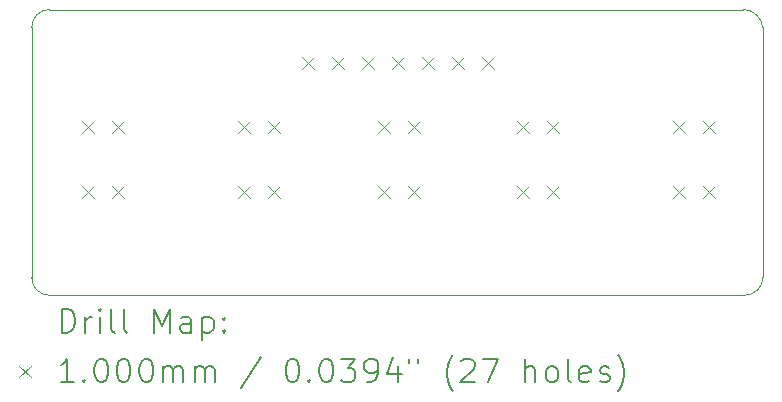
<source format=gbr>
%TF.GenerationSoftware,KiCad,Pcbnew,8.0.2*%
%TF.CreationDate,2024-11-07T23:12:17+05:30*%
%TF.ProjectId,lsa,6c73612e-6b69-4636-9164-5f7063625858,rev?*%
%TF.SameCoordinates,Original*%
%TF.FileFunction,Drillmap*%
%TF.FilePolarity,Positive*%
%FSLAX45Y45*%
G04 Gerber Fmt 4.5, Leading zero omitted, Abs format (unit mm)*
G04 Created by KiCad (PCBNEW 8.0.2) date 2024-11-07 23:12:17*
%MOMM*%
%LPD*%
G01*
G04 APERTURE LIST*
%ADD10C,0.100000*%
%ADD11C,0.200000*%
G04 APERTURE END LIST*
D10*
X14703934Y-9057934D02*
X14703934Y-7091066D01*
X14703934Y-7091066D02*
X14702500Y-6940033D01*
X8681000Y-9209000D02*
X14553934Y-9207934D01*
X8662500Y-9209000D02*
G75*
G02*
X8512500Y-9059000I0J150000D01*
G01*
X14536467Y-6790033D02*
X8663533Y-6789967D01*
X8513533Y-6939967D02*
G75*
G02*
X8663533Y-6789973I149997J-3D01*
G01*
X14703934Y-9057934D02*
G75*
G02*
X14553934Y-9207934I-150004J4D01*
G01*
X8662500Y-9209000D02*
X8681000Y-9209000D01*
X8513533Y-8907967D02*
X8512500Y-9059000D01*
X8513533Y-6939967D02*
X8513533Y-8907967D01*
X14536467Y-6790033D02*
G75*
G02*
X14702499Y-6940033I-7J-166897D01*
G01*
D11*
D10*
X8943000Y-7735000D02*
X9043000Y-7835000D01*
X9043000Y-7735000D02*
X8943000Y-7835000D01*
X8943000Y-8285000D02*
X9043000Y-8385000D01*
X9043000Y-8285000D02*
X8943000Y-8385000D01*
X9197000Y-7735000D02*
X9297000Y-7835000D01*
X9297000Y-7735000D02*
X9197000Y-7835000D01*
X9197000Y-8285000D02*
X9297000Y-8385000D01*
X9297000Y-8285000D02*
X9197000Y-8385000D01*
X10263000Y-7735000D02*
X10363000Y-7835000D01*
X10363000Y-7735000D02*
X10263000Y-7835000D01*
X10263000Y-8285000D02*
X10363000Y-8385000D01*
X10363000Y-8285000D02*
X10263000Y-8385000D01*
X10517000Y-7735000D02*
X10617000Y-7835000D01*
X10617000Y-7735000D02*
X10517000Y-7835000D01*
X10517000Y-8285000D02*
X10617000Y-8385000D01*
X10617000Y-8285000D02*
X10517000Y-8385000D01*
X10800000Y-7190000D02*
X10900000Y-7290000D01*
X10900000Y-7190000D02*
X10800000Y-7290000D01*
X11054000Y-7190000D02*
X11154000Y-7290000D01*
X11154000Y-7190000D02*
X11054000Y-7290000D01*
X11308000Y-7190000D02*
X11408000Y-7290000D01*
X11408000Y-7190000D02*
X11308000Y-7290000D01*
X11443000Y-7735000D02*
X11543000Y-7835000D01*
X11543000Y-7735000D02*
X11443000Y-7835000D01*
X11443000Y-8285000D02*
X11543000Y-8385000D01*
X11543000Y-8285000D02*
X11443000Y-8385000D01*
X11562000Y-7190000D02*
X11662000Y-7290000D01*
X11662000Y-7190000D02*
X11562000Y-7290000D01*
X11697000Y-7735000D02*
X11797000Y-7835000D01*
X11797000Y-7735000D02*
X11697000Y-7835000D01*
X11697000Y-8285000D02*
X11797000Y-8385000D01*
X11797000Y-8285000D02*
X11697000Y-8385000D01*
X11816000Y-7190000D02*
X11916000Y-7290000D01*
X11916000Y-7190000D02*
X11816000Y-7290000D01*
X12070000Y-7190000D02*
X12170000Y-7290000D01*
X12170000Y-7190000D02*
X12070000Y-7290000D01*
X12324000Y-7190000D02*
X12424000Y-7290000D01*
X12424000Y-7190000D02*
X12324000Y-7290000D01*
X12623000Y-7735000D02*
X12723000Y-7835000D01*
X12723000Y-7735000D02*
X12623000Y-7835000D01*
X12623000Y-8285000D02*
X12723000Y-8385000D01*
X12723000Y-8285000D02*
X12623000Y-8385000D01*
X12877000Y-7735000D02*
X12977000Y-7835000D01*
X12977000Y-7735000D02*
X12877000Y-7835000D01*
X12877000Y-8285000D02*
X12977000Y-8385000D01*
X12977000Y-8285000D02*
X12877000Y-8385000D01*
X13943000Y-7735000D02*
X14043000Y-7835000D01*
X14043000Y-7735000D02*
X13943000Y-7835000D01*
X13943000Y-8285000D02*
X14043000Y-8385000D01*
X14043000Y-8285000D02*
X13943000Y-8385000D01*
X14197000Y-7735000D02*
X14297000Y-7835000D01*
X14297000Y-7735000D02*
X14197000Y-7835000D01*
X14197000Y-8285000D02*
X14297000Y-8385000D01*
X14297000Y-8285000D02*
X14197000Y-8385000D01*
D11*
X8768277Y-9525484D02*
X8768277Y-9325484D01*
X8768277Y-9325484D02*
X8815896Y-9325484D01*
X8815896Y-9325484D02*
X8844467Y-9335008D01*
X8844467Y-9335008D02*
X8863515Y-9354055D01*
X8863515Y-9354055D02*
X8873039Y-9373103D01*
X8873039Y-9373103D02*
X8882563Y-9411198D01*
X8882563Y-9411198D02*
X8882563Y-9439770D01*
X8882563Y-9439770D02*
X8873039Y-9477865D01*
X8873039Y-9477865D02*
X8863515Y-9496912D01*
X8863515Y-9496912D02*
X8844467Y-9515960D01*
X8844467Y-9515960D02*
X8815896Y-9525484D01*
X8815896Y-9525484D02*
X8768277Y-9525484D01*
X8968277Y-9525484D02*
X8968277Y-9392150D01*
X8968277Y-9430246D02*
X8977801Y-9411198D01*
X8977801Y-9411198D02*
X8987324Y-9401674D01*
X8987324Y-9401674D02*
X9006372Y-9392150D01*
X9006372Y-9392150D02*
X9025420Y-9392150D01*
X9092086Y-9525484D02*
X9092086Y-9392150D01*
X9092086Y-9325484D02*
X9082563Y-9335008D01*
X9082563Y-9335008D02*
X9092086Y-9344531D01*
X9092086Y-9344531D02*
X9101610Y-9335008D01*
X9101610Y-9335008D02*
X9092086Y-9325484D01*
X9092086Y-9325484D02*
X9092086Y-9344531D01*
X9215896Y-9525484D02*
X9196848Y-9515960D01*
X9196848Y-9515960D02*
X9187324Y-9496912D01*
X9187324Y-9496912D02*
X9187324Y-9325484D01*
X9320658Y-9525484D02*
X9301610Y-9515960D01*
X9301610Y-9515960D02*
X9292086Y-9496912D01*
X9292086Y-9496912D02*
X9292086Y-9325484D01*
X9549229Y-9525484D02*
X9549229Y-9325484D01*
X9549229Y-9325484D02*
X9615896Y-9468341D01*
X9615896Y-9468341D02*
X9682563Y-9325484D01*
X9682563Y-9325484D02*
X9682563Y-9525484D01*
X9863515Y-9525484D02*
X9863515Y-9420722D01*
X9863515Y-9420722D02*
X9853991Y-9401674D01*
X9853991Y-9401674D02*
X9834944Y-9392150D01*
X9834944Y-9392150D02*
X9796848Y-9392150D01*
X9796848Y-9392150D02*
X9777801Y-9401674D01*
X9863515Y-9515960D02*
X9844467Y-9525484D01*
X9844467Y-9525484D02*
X9796848Y-9525484D01*
X9796848Y-9525484D02*
X9777801Y-9515960D01*
X9777801Y-9515960D02*
X9768277Y-9496912D01*
X9768277Y-9496912D02*
X9768277Y-9477865D01*
X9768277Y-9477865D02*
X9777801Y-9458817D01*
X9777801Y-9458817D02*
X9796848Y-9449293D01*
X9796848Y-9449293D02*
X9844467Y-9449293D01*
X9844467Y-9449293D02*
X9863515Y-9439770D01*
X9958753Y-9392150D02*
X9958753Y-9592150D01*
X9958753Y-9401674D02*
X9977801Y-9392150D01*
X9977801Y-9392150D02*
X10015896Y-9392150D01*
X10015896Y-9392150D02*
X10034944Y-9401674D01*
X10034944Y-9401674D02*
X10044467Y-9411198D01*
X10044467Y-9411198D02*
X10053991Y-9430246D01*
X10053991Y-9430246D02*
X10053991Y-9487389D01*
X10053991Y-9487389D02*
X10044467Y-9506436D01*
X10044467Y-9506436D02*
X10034944Y-9515960D01*
X10034944Y-9515960D02*
X10015896Y-9525484D01*
X10015896Y-9525484D02*
X9977801Y-9525484D01*
X9977801Y-9525484D02*
X9958753Y-9515960D01*
X10139705Y-9506436D02*
X10149229Y-9515960D01*
X10149229Y-9515960D02*
X10139705Y-9525484D01*
X10139705Y-9525484D02*
X10130182Y-9515960D01*
X10130182Y-9515960D02*
X10139705Y-9506436D01*
X10139705Y-9506436D02*
X10139705Y-9525484D01*
X10139705Y-9401674D02*
X10149229Y-9411198D01*
X10149229Y-9411198D02*
X10139705Y-9420722D01*
X10139705Y-9420722D02*
X10130182Y-9411198D01*
X10130182Y-9411198D02*
X10139705Y-9401674D01*
X10139705Y-9401674D02*
X10139705Y-9420722D01*
D10*
X8407500Y-9804000D02*
X8507500Y-9904000D01*
X8507500Y-9804000D02*
X8407500Y-9904000D01*
D11*
X8873039Y-9945484D02*
X8758753Y-9945484D01*
X8815896Y-9945484D02*
X8815896Y-9745484D01*
X8815896Y-9745484D02*
X8796848Y-9774055D01*
X8796848Y-9774055D02*
X8777801Y-9793103D01*
X8777801Y-9793103D02*
X8758753Y-9802627D01*
X8958753Y-9926436D02*
X8968277Y-9935960D01*
X8968277Y-9935960D02*
X8958753Y-9945484D01*
X8958753Y-9945484D02*
X8949229Y-9935960D01*
X8949229Y-9935960D02*
X8958753Y-9926436D01*
X8958753Y-9926436D02*
X8958753Y-9945484D01*
X9092086Y-9745484D02*
X9111134Y-9745484D01*
X9111134Y-9745484D02*
X9130182Y-9755008D01*
X9130182Y-9755008D02*
X9139705Y-9764531D01*
X9139705Y-9764531D02*
X9149229Y-9783579D01*
X9149229Y-9783579D02*
X9158753Y-9821674D01*
X9158753Y-9821674D02*
X9158753Y-9869293D01*
X9158753Y-9869293D02*
X9149229Y-9907389D01*
X9149229Y-9907389D02*
X9139705Y-9926436D01*
X9139705Y-9926436D02*
X9130182Y-9935960D01*
X9130182Y-9935960D02*
X9111134Y-9945484D01*
X9111134Y-9945484D02*
X9092086Y-9945484D01*
X9092086Y-9945484D02*
X9073039Y-9935960D01*
X9073039Y-9935960D02*
X9063515Y-9926436D01*
X9063515Y-9926436D02*
X9053991Y-9907389D01*
X9053991Y-9907389D02*
X9044467Y-9869293D01*
X9044467Y-9869293D02*
X9044467Y-9821674D01*
X9044467Y-9821674D02*
X9053991Y-9783579D01*
X9053991Y-9783579D02*
X9063515Y-9764531D01*
X9063515Y-9764531D02*
X9073039Y-9755008D01*
X9073039Y-9755008D02*
X9092086Y-9745484D01*
X9282563Y-9745484D02*
X9301610Y-9745484D01*
X9301610Y-9745484D02*
X9320658Y-9755008D01*
X9320658Y-9755008D02*
X9330182Y-9764531D01*
X9330182Y-9764531D02*
X9339705Y-9783579D01*
X9339705Y-9783579D02*
X9349229Y-9821674D01*
X9349229Y-9821674D02*
X9349229Y-9869293D01*
X9349229Y-9869293D02*
X9339705Y-9907389D01*
X9339705Y-9907389D02*
X9330182Y-9926436D01*
X9330182Y-9926436D02*
X9320658Y-9935960D01*
X9320658Y-9935960D02*
X9301610Y-9945484D01*
X9301610Y-9945484D02*
X9282563Y-9945484D01*
X9282563Y-9945484D02*
X9263515Y-9935960D01*
X9263515Y-9935960D02*
X9253991Y-9926436D01*
X9253991Y-9926436D02*
X9244467Y-9907389D01*
X9244467Y-9907389D02*
X9234944Y-9869293D01*
X9234944Y-9869293D02*
X9234944Y-9821674D01*
X9234944Y-9821674D02*
X9244467Y-9783579D01*
X9244467Y-9783579D02*
X9253991Y-9764531D01*
X9253991Y-9764531D02*
X9263515Y-9755008D01*
X9263515Y-9755008D02*
X9282563Y-9745484D01*
X9473039Y-9745484D02*
X9492086Y-9745484D01*
X9492086Y-9745484D02*
X9511134Y-9755008D01*
X9511134Y-9755008D02*
X9520658Y-9764531D01*
X9520658Y-9764531D02*
X9530182Y-9783579D01*
X9530182Y-9783579D02*
X9539705Y-9821674D01*
X9539705Y-9821674D02*
X9539705Y-9869293D01*
X9539705Y-9869293D02*
X9530182Y-9907389D01*
X9530182Y-9907389D02*
X9520658Y-9926436D01*
X9520658Y-9926436D02*
X9511134Y-9935960D01*
X9511134Y-9935960D02*
X9492086Y-9945484D01*
X9492086Y-9945484D02*
X9473039Y-9945484D01*
X9473039Y-9945484D02*
X9453991Y-9935960D01*
X9453991Y-9935960D02*
X9444467Y-9926436D01*
X9444467Y-9926436D02*
X9434944Y-9907389D01*
X9434944Y-9907389D02*
X9425420Y-9869293D01*
X9425420Y-9869293D02*
X9425420Y-9821674D01*
X9425420Y-9821674D02*
X9434944Y-9783579D01*
X9434944Y-9783579D02*
X9444467Y-9764531D01*
X9444467Y-9764531D02*
X9453991Y-9755008D01*
X9453991Y-9755008D02*
X9473039Y-9745484D01*
X9625420Y-9945484D02*
X9625420Y-9812150D01*
X9625420Y-9831198D02*
X9634944Y-9821674D01*
X9634944Y-9821674D02*
X9653991Y-9812150D01*
X9653991Y-9812150D02*
X9682563Y-9812150D01*
X9682563Y-9812150D02*
X9701610Y-9821674D01*
X9701610Y-9821674D02*
X9711134Y-9840722D01*
X9711134Y-9840722D02*
X9711134Y-9945484D01*
X9711134Y-9840722D02*
X9720658Y-9821674D01*
X9720658Y-9821674D02*
X9739705Y-9812150D01*
X9739705Y-9812150D02*
X9768277Y-9812150D01*
X9768277Y-9812150D02*
X9787325Y-9821674D01*
X9787325Y-9821674D02*
X9796848Y-9840722D01*
X9796848Y-9840722D02*
X9796848Y-9945484D01*
X9892086Y-9945484D02*
X9892086Y-9812150D01*
X9892086Y-9831198D02*
X9901610Y-9821674D01*
X9901610Y-9821674D02*
X9920658Y-9812150D01*
X9920658Y-9812150D02*
X9949229Y-9812150D01*
X9949229Y-9812150D02*
X9968277Y-9821674D01*
X9968277Y-9821674D02*
X9977801Y-9840722D01*
X9977801Y-9840722D02*
X9977801Y-9945484D01*
X9977801Y-9840722D02*
X9987325Y-9821674D01*
X9987325Y-9821674D02*
X10006372Y-9812150D01*
X10006372Y-9812150D02*
X10034944Y-9812150D01*
X10034944Y-9812150D02*
X10053991Y-9821674D01*
X10053991Y-9821674D02*
X10063515Y-9840722D01*
X10063515Y-9840722D02*
X10063515Y-9945484D01*
X10453991Y-9735960D02*
X10282563Y-9993103D01*
X10711134Y-9745484D02*
X10730182Y-9745484D01*
X10730182Y-9745484D02*
X10749229Y-9755008D01*
X10749229Y-9755008D02*
X10758753Y-9764531D01*
X10758753Y-9764531D02*
X10768277Y-9783579D01*
X10768277Y-9783579D02*
X10777801Y-9821674D01*
X10777801Y-9821674D02*
X10777801Y-9869293D01*
X10777801Y-9869293D02*
X10768277Y-9907389D01*
X10768277Y-9907389D02*
X10758753Y-9926436D01*
X10758753Y-9926436D02*
X10749229Y-9935960D01*
X10749229Y-9935960D02*
X10730182Y-9945484D01*
X10730182Y-9945484D02*
X10711134Y-9945484D01*
X10711134Y-9945484D02*
X10692087Y-9935960D01*
X10692087Y-9935960D02*
X10682563Y-9926436D01*
X10682563Y-9926436D02*
X10673039Y-9907389D01*
X10673039Y-9907389D02*
X10663515Y-9869293D01*
X10663515Y-9869293D02*
X10663515Y-9821674D01*
X10663515Y-9821674D02*
X10673039Y-9783579D01*
X10673039Y-9783579D02*
X10682563Y-9764531D01*
X10682563Y-9764531D02*
X10692087Y-9755008D01*
X10692087Y-9755008D02*
X10711134Y-9745484D01*
X10863515Y-9926436D02*
X10873039Y-9935960D01*
X10873039Y-9935960D02*
X10863515Y-9945484D01*
X10863515Y-9945484D02*
X10853991Y-9935960D01*
X10853991Y-9935960D02*
X10863515Y-9926436D01*
X10863515Y-9926436D02*
X10863515Y-9945484D01*
X10996848Y-9745484D02*
X11015896Y-9745484D01*
X11015896Y-9745484D02*
X11034944Y-9755008D01*
X11034944Y-9755008D02*
X11044468Y-9764531D01*
X11044468Y-9764531D02*
X11053991Y-9783579D01*
X11053991Y-9783579D02*
X11063515Y-9821674D01*
X11063515Y-9821674D02*
X11063515Y-9869293D01*
X11063515Y-9869293D02*
X11053991Y-9907389D01*
X11053991Y-9907389D02*
X11044468Y-9926436D01*
X11044468Y-9926436D02*
X11034944Y-9935960D01*
X11034944Y-9935960D02*
X11015896Y-9945484D01*
X11015896Y-9945484D02*
X10996848Y-9945484D01*
X10996848Y-9945484D02*
X10977801Y-9935960D01*
X10977801Y-9935960D02*
X10968277Y-9926436D01*
X10968277Y-9926436D02*
X10958753Y-9907389D01*
X10958753Y-9907389D02*
X10949229Y-9869293D01*
X10949229Y-9869293D02*
X10949229Y-9821674D01*
X10949229Y-9821674D02*
X10958753Y-9783579D01*
X10958753Y-9783579D02*
X10968277Y-9764531D01*
X10968277Y-9764531D02*
X10977801Y-9755008D01*
X10977801Y-9755008D02*
X10996848Y-9745484D01*
X11130182Y-9745484D02*
X11253991Y-9745484D01*
X11253991Y-9745484D02*
X11187325Y-9821674D01*
X11187325Y-9821674D02*
X11215896Y-9821674D01*
X11215896Y-9821674D02*
X11234944Y-9831198D01*
X11234944Y-9831198D02*
X11244467Y-9840722D01*
X11244467Y-9840722D02*
X11253991Y-9859770D01*
X11253991Y-9859770D02*
X11253991Y-9907389D01*
X11253991Y-9907389D02*
X11244467Y-9926436D01*
X11244467Y-9926436D02*
X11234944Y-9935960D01*
X11234944Y-9935960D02*
X11215896Y-9945484D01*
X11215896Y-9945484D02*
X11158753Y-9945484D01*
X11158753Y-9945484D02*
X11139706Y-9935960D01*
X11139706Y-9935960D02*
X11130182Y-9926436D01*
X11349229Y-9945484D02*
X11387325Y-9945484D01*
X11387325Y-9945484D02*
X11406372Y-9935960D01*
X11406372Y-9935960D02*
X11415896Y-9926436D01*
X11415896Y-9926436D02*
X11434944Y-9897865D01*
X11434944Y-9897865D02*
X11444467Y-9859770D01*
X11444467Y-9859770D02*
X11444467Y-9783579D01*
X11444467Y-9783579D02*
X11434944Y-9764531D01*
X11434944Y-9764531D02*
X11425420Y-9755008D01*
X11425420Y-9755008D02*
X11406372Y-9745484D01*
X11406372Y-9745484D02*
X11368277Y-9745484D01*
X11368277Y-9745484D02*
X11349229Y-9755008D01*
X11349229Y-9755008D02*
X11339706Y-9764531D01*
X11339706Y-9764531D02*
X11330182Y-9783579D01*
X11330182Y-9783579D02*
X11330182Y-9831198D01*
X11330182Y-9831198D02*
X11339706Y-9850246D01*
X11339706Y-9850246D02*
X11349229Y-9859770D01*
X11349229Y-9859770D02*
X11368277Y-9869293D01*
X11368277Y-9869293D02*
X11406372Y-9869293D01*
X11406372Y-9869293D02*
X11425420Y-9859770D01*
X11425420Y-9859770D02*
X11434944Y-9850246D01*
X11434944Y-9850246D02*
X11444467Y-9831198D01*
X11615896Y-9812150D02*
X11615896Y-9945484D01*
X11568277Y-9735960D02*
X11520658Y-9878817D01*
X11520658Y-9878817D02*
X11644467Y-9878817D01*
X11711134Y-9745484D02*
X11711134Y-9783579D01*
X11787325Y-9745484D02*
X11787325Y-9783579D01*
X12082563Y-10021674D02*
X12073039Y-10012150D01*
X12073039Y-10012150D02*
X12053991Y-9983579D01*
X12053991Y-9983579D02*
X12044468Y-9964531D01*
X12044468Y-9964531D02*
X12034944Y-9935960D01*
X12034944Y-9935960D02*
X12025420Y-9888341D01*
X12025420Y-9888341D02*
X12025420Y-9850246D01*
X12025420Y-9850246D02*
X12034944Y-9802627D01*
X12034944Y-9802627D02*
X12044468Y-9774055D01*
X12044468Y-9774055D02*
X12053991Y-9755008D01*
X12053991Y-9755008D02*
X12073039Y-9726436D01*
X12073039Y-9726436D02*
X12082563Y-9716912D01*
X12149229Y-9764531D02*
X12158753Y-9755008D01*
X12158753Y-9755008D02*
X12177801Y-9745484D01*
X12177801Y-9745484D02*
X12225420Y-9745484D01*
X12225420Y-9745484D02*
X12244468Y-9755008D01*
X12244468Y-9755008D02*
X12253991Y-9764531D01*
X12253991Y-9764531D02*
X12263515Y-9783579D01*
X12263515Y-9783579D02*
X12263515Y-9802627D01*
X12263515Y-9802627D02*
X12253991Y-9831198D01*
X12253991Y-9831198D02*
X12139706Y-9945484D01*
X12139706Y-9945484D02*
X12263515Y-9945484D01*
X12330182Y-9745484D02*
X12463515Y-9745484D01*
X12463515Y-9745484D02*
X12377801Y-9945484D01*
X12692087Y-9945484D02*
X12692087Y-9745484D01*
X12777801Y-9945484D02*
X12777801Y-9840722D01*
X12777801Y-9840722D02*
X12768277Y-9821674D01*
X12768277Y-9821674D02*
X12749230Y-9812150D01*
X12749230Y-9812150D02*
X12720658Y-9812150D01*
X12720658Y-9812150D02*
X12701610Y-9821674D01*
X12701610Y-9821674D02*
X12692087Y-9831198D01*
X12901610Y-9945484D02*
X12882563Y-9935960D01*
X12882563Y-9935960D02*
X12873039Y-9926436D01*
X12873039Y-9926436D02*
X12863515Y-9907389D01*
X12863515Y-9907389D02*
X12863515Y-9850246D01*
X12863515Y-9850246D02*
X12873039Y-9831198D01*
X12873039Y-9831198D02*
X12882563Y-9821674D01*
X12882563Y-9821674D02*
X12901610Y-9812150D01*
X12901610Y-9812150D02*
X12930182Y-9812150D01*
X12930182Y-9812150D02*
X12949230Y-9821674D01*
X12949230Y-9821674D02*
X12958753Y-9831198D01*
X12958753Y-9831198D02*
X12968277Y-9850246D01*
X12968277Y-9850246D02*
X12968277Y-9907389D01*
X12968277Y-9907389D02*
X12958753Y-9926436D01*
X12958753Y-9926436D02*
X12949230Y-9935960D01*
X12949230Y-9935960D02*
X12930182Y-9945484D01*
X12930182Y-9945484D02*
X12901610Y-9945484D01*
X13082563Y-9945484D02*
X13063515Y-9935960D01*
X13063515Y-9935960D02*
X13053991Y-9916912D01*
X13053991Y-9916912D02*
X13053991Y-9745484D01*
X13234944Y-9935960D02*
X13215896Y-9945484D01*
X13215896Y-9945484D02*
X13177801Y-9945484D01*
X13177801Y-9945484D02*
X13158753Y-9935960D01*
X13158753Y-9935960D02*
X13149230Y-9916912D01*
X13149230Y-9916912D02*
X13149230Y-9840722D01*
X13149230Y-9840722D02*
X13158753Y-9821674D01*
X13158753Y-9821674D02*
X13177801Y-9812150D01*
X13177801Y-9812150D02*
X13215896Y-9812150D01*
X13215896Y-9812150D02*
X13234944Y-9821674D01*
X13234944Y-9821674D02*
X13244468Y-9840722D01*
X13244468Y-9840722D02*
X13244468Y-9859770D01*
X13244468Y-9859770D02*
X13149230Y-9878817D01*
X13320658Y-9935960D02*
X13339706Y-9945484D01*
X13339706Y-9945484D02*
X13377801Y-9945484D01*
X13377801Y-9945484D02*
X13396849Y-9935960D01*
X13396849Y-9935960D02*
X13406372Y-9916912D01*
X13406372Y-9916912D02*
X13406372Y-9907389D01*
X13406372Y-9907389D02*
X13396849Y-9888341D01*
X13396849Y-9888341D02*
X13377801Y-9878817D01*
X13377801Y-9878817D02*
X13349230Y-9878817D01*
X13349230Y-9878817D02*
X13330182Y-9869293D01*
X13330182Y-9869293D02*
X13320658Y-9850246D01*
X13320658Y-9850246D02*
X13320658Y-9840722D01*
X13320658Y-9840722D02*
X13330182Y-9821674D01*
X13330182Y-9821674D02*
X13349230Y-9812150D01*
X13349230Y-9812150D02*
X13377801Y-9812150D01*
X13377801Y-9812150D02*
X13396849Y-9821674D01*
X13473039Y-10021674D02*
X13482563Y-10012150D01*
X13482563Y-10012150D02*
X13501611Y-9983579D01*
X13501611Y-9983579D02*
X13511134Y-9964531D01*
X13511134Y-9964531D02*
X13520658Y-9935960D01*
X13520658Y-9935960D02*
X13530182Y-9888341D01*
X13530182Y-9888341D02*
X13530182Y-9850246D01*
X13530182Y-9850246D02*
X13520658Y-9802627D01*
X13520658Y-9802627D02*
X13511134Y-9774055D01*
X13511134Y-9774055D02*
X13501611Y-9755008D01*
X13501611Y-9755008D02*
X13482563Y-9726436D01*
X13482563Y-9726436D02*
X13473039Y-9716912D01*
M02*

</source>
